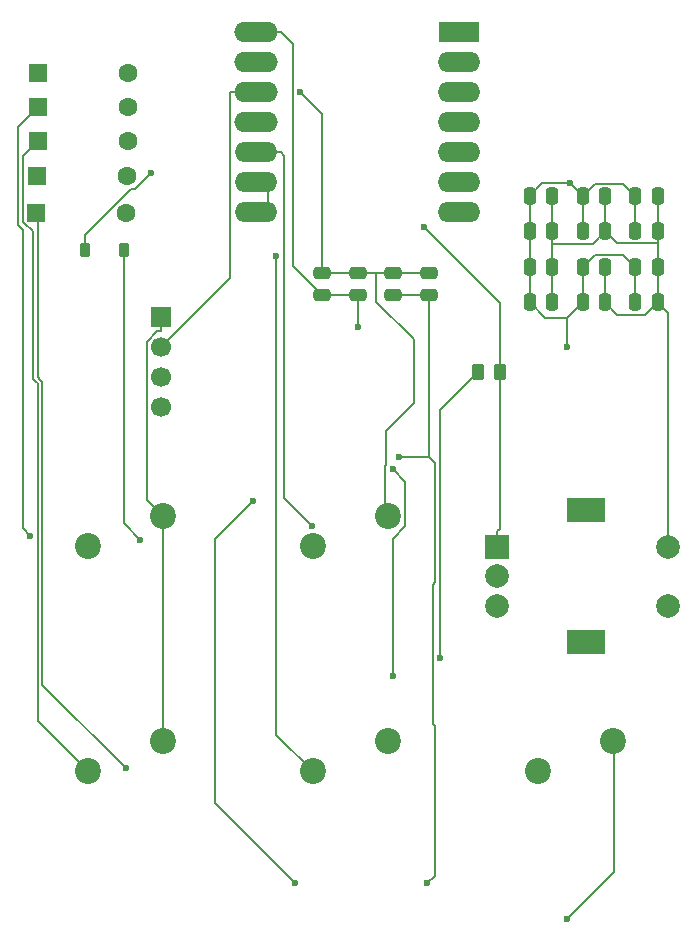
<source format=gbr>
%TF.GenerationSoftware,KiCad,Pcbnew,9.0.7*%
%TF.CreationDate,2026-01-30T21:13:48-06:00*%
%TF.ProjectId,HACK PAD!,4841434b-2050-4414-9421-2e6b69636164,rev?*%
%TF.SameCoordinates,Original*%
%TF.FileFunction,Copper,L1,Top*%
%TF.FilePolarity,Positive*%
%FSLAX46Y46*%
G04 Gerber Fmt 4.6, Leading zero omitted, Abs format (unit mm)*
G04 Created by KiCad (PCBNEW 9.0.7) date 2026-01-30 21:13:48*
%MOMM*%
%LPD*%
G01*
G04 APERTURE LIST*
G04 Aperture macros list*
%AMRoundRect*
0 Rectangle with rounded corners*
0 $1 Rounding radius*
0 $2 $3 $4 $5 $6 $7 $8 $9 X,Y pos of 4 corners*
0 Add a 4 corners polygon primitive as box body*
4,1,4,$2,$3,$4,$5,$6,$7,$8,$9,$2,$3,0*
0 Add four circle primitives for the rounded corners*
1,1,$1+$1,$2,$3*
1,1,$1+$1,$4,$5*
1,1,$1+$1,$6,$7*
1,1,$1+$1,$8,$9*
0 Add four rect primitives between the rounded corners*
20,1,$1+$1,$2,$3,$4,$5,0*
20,1,$1+$1,$4,$5,$6,$7,0*
20,1,$1+$1,$6,$7,$8,$9,0*
20,1,$1+$1,$8,$9,$2,$3,0*%
G04 Aperture macros list end*
%TA.AperFunction,SMDPad,CuDef*%
%ADD10RoundRect,0.250000X-0.250000X-0.475000X0.250000X-0.475000X0.250000X0.475000X-0.250000X0.475000X0*%
%TD*%
%TA.AperFunction,ComponentPad*%
%ADD11R,2.000000X2.000000*%
%TD*%
%TA.AperFunction,ComponentPad*%
%ADD12C,2.000000*%
%TD*%
%TA.AperFunction,ComponentPad*%
%ADD13R,3.200000X2.000000*%
%TD*%
%TA.AperFunction,SMDPad,CuDef*%
%ADD14RoundRect,0.225000X-0.225000X-0.375000X0.225000X-0.375000X0.225000X0.375000X-0.225000X0.375000X0*%
%TD*%
%TA.AperFunction,SMDPad,CuDef*%
%ADD15RoundRect,0.250000X-0.262500X-0.450000X0.262500X-0.450000X0.262500X0.450000X-0.262500X0.450000X0*%
%TD*%
%TA.AperFunction,ComponentPad*%
%ADD16C,2.200000*%
%TD*%
%TA.AperFunction,SMDPad,CuDef*%
%ADD17RoundRect,0.250000X0.475000X-0.250000X0.475000X0.250000X-0.475000X0.250000X-0.475000X-0.250000X0*%
%TD*%
%TA.AperFunction,ComponentPad*%
%ADD18RoundRect,0.250000X-0.550000X-0.550000X0.550000X-0.550000X0.550000X0.550000X-0.550000X0.550000X0*%
%TD*%
%TA.AperFunction,ComponentPad*%
%ADD19C,1.600000*%
%TD*%
%TA.AperFunction,ComponentPad*%
%ADD20R,1.700000X1.700000*%
%TD*%
%TA.AperFunction,ComponentPad*%
%ADD21C,1.700000*%
%TD*%
%TA.AperFunction,ComponentPad*%
%ADD22R,3.500000X1.700000*%
%TD*%
%TA.AperFunction,ComponentPad*%
%ADD23O,3.600000X1.700000*%
%TD*%
%TA.AperFunction,ComponentPad*%
%ADD24O,3.700000X1.700000*%
%TD*%
%TA.AperFunction,ViaPad*%
%ADD25C,0.600000*%
%TD*%
%TA.AperFunction,Conductor*%
%ADD26C,0.200000*%
%TD*%
G04 APERTURE END LIST*
D10*
%TO.P,C7,1*%
%TO.N,Net-(D10-VDD)*%
X76200000Y-50006200D03*
%TO.P,C7,2*%
%TO.N,GND*%
X78100000Y-50006200D03*
%TD*%
%TO.P,C5,1*%
%TO.N,Net-(D10-VDD)*%
X76200000Y-43986200D03*
%TO.P,C5,2*%
%TO.N,GND*%
X78100000Y-43986200D03*
%TD*%
%TO.P,C6,1*%
%TO.N,Net-(D10-VDD)*%
X76200000Y-46996200D03*
%TO.P,C6,2*%
%TO.N,GND*%
X78100000Y-46996200D03*
%TD*%
%TO.P,C11,1*%
%TO.N,Net-(D10-VDD)*%
X80650000Y-50006200D03*
%TO.P,C11,2*%
%TO.N,GND*%
X82550000Y-50006200D03*
%TD*%
D11*
%TO.P,RE1,A,A*%
%TO.N,Net-(U1-PA7_A8_D8_SCK)*%
X68950000Y-73700000D03*
D12*
%TO.P,RE1,B,B*%
%TO.N,Net-(U1-PA5_A9_D9_MISO)*%
X68950000Y-78700000D03*
%TO.P,RE1,C,C*%
%TO.N,GND*%
X68950000Y-76200000D03*
D13*
%TO.P,RE1,MP*%
%TO.N,N/C*%
X76450000Y-70600000D03*
X76450000Y-81800000D03*
D12*
%TO.P,RE1,S1,S1*%
%TO.N,Net-(D17-A)*%
X83450000Y-78700000D03*
%TO.P,RE1,S2,S2*%
%TO.N,GND*%
X83450000Y-73700000D03*
%TD*%
D10*
%TO.P,C1,1*%
%TO.N,Net-(D10-VDD)*%
X71750000Y-43986200D03*
%TO.P,C1,2*%
%TO.N,GND*%
X73650000Y-43986200D03*
%TD*%
D14*
%TO.P,D17,1,K*%
%TO.N,Net-(D17-K)*%
X34068800Y-48593700D03*
%TO.P,D17,2,A*%
%TO.N,Net-(D17-A)*%
X37368800Y-48593700D03*
%TD*%
D15*
%TO.P,R1,1*%
%TO.N,Net-(D6-DIN)*%
X67355000Y-58880000D03*
%TO.P,R1,2*%
%TO.N,Net-(U1-PA7_A8_D8_SCK)*%
X69180000Y-58880000D03*
%TD*%
D16*
%TO.P,SW2,1,1*%
%TO.N,GND*%
X59690000Y-71120000D03*
%TO.P,SW2,2,2*%
%TO.N,Net-(D2-K)*%
X53340000Y-73660000D03*
%TD*%
%TO.P,SW3,1,1*%
%TO.N,GND*%
X40640000Y-90170000D03*
%TO.P,SW3,2,2*%
%TO.N,Net-(D3-K)*%
X34290000Y-92710000D03*
%TD*%
D10*
%TO.P,C8,1*%
%TO.N,Net-(D10-VDD)*%
X76200000Y-53016200D03*
%TO.P,C8,2*%
%TO.N,GND*%
X78100000Y-53016200D03*
%TD*%
D17*
%TO.P,C16,1*%
%TO.N,Net-(D10-VDD)*%
X63170000Y-52387500D03*
%TO.P,C16,2*%
%TO.N,GND*%
X63170000Y-50487500D03*
%TD*%
D10*
%TO.P,C4,1*%
%TO.N,Net-(D10-VDD)*%
X71750000Y-53016200D03*
%TO.P,C4,2*%
%TO.N,GND*%
X73650000Y-53016200D03*
%TD*%
%TO.P,C10,1*%
%TO.N,Net-(D10-VDD)*%
X80650000Y-46996200D03*
%TO.P,C10,2*%
%TO.N,GND*%
X82550000Y-46996200D03*
%TD*%
D17*
%TO.P,C15,1*%
%TO.N,Net-(D10-VDD)*%
X60160000Y-52387500D03*
%TO.P,C15,2*%
%TO.N,GND*%
X60160000Y-50487500D03*
%TD*%
D16*
%TO.P,SW5,1,1*%
%TO.N,GND*%
X78740000Y-90170000D03*
%TO.P,SW5,2,2*%
%TO.N,Net-(D5-K)*%
X72390000Y-92710000D03*
%TD*%
%TO.P,SW4,1,1*%
%TO.N,GND*%
X59690000Y-90170000D03*
%TO.P,SW4,2,2*%
%TO.N,Net-(D4-K)*%
X53340000Y-92710000D03*
%TD*%
D10*
%TO.P,C9,1*%
%TO.N,Net-(D10-VDD)*%
X80650000Y-43986200D03*
%TO.P,C9,2*%
%TO.N,GND*%
X82550000Y-43986200D03*
%TD*%
%TO.P,C3,1*%
%TO.N,Net-(D10-VDD)*%
X71750000Y-50006200D03*
%TO.P,C3,2*%
%TO.N,GND*%
X73650000Y-50006200D03*
%TD*%
D16*
%TO.P,SWw1,1,1*%
%TO.N,GND*%
X40640000Y-71120000D03*
%TO.P,SWw1,2,2*%
%TO.N,Net-(D1-K)*%
X34290000Y-73660000D03*
%TD*%
D10*
%TO.P,C12,1*%
%TO.N,Net-(D10-VDD)*%
X80650000Y-53016200D03*
%TO.P,C12,2*%
%TO.N,GND*%
X82550000Y-53016200D03*
%TD*%
D18*
%TO.P,D3,1,K*%
%TO.N,Net-(D3-K)*%
X30070000Y-39350000D03*
D19*
%TO.P,D3,2,A*%
%TO.N,Net-(D3-A)*%
X37690000Y-39350000D03*
%TD*%
D18*
%TO.P,D4,1,K*%
%TO.N,Net-(D4-K)*%
X30050000Y-42290000D03*
D19*
%TO.P,D4,2,A*%
%TO.N,Net-(D4-A)*%
X37670000Y-42290000D03*
%TD*%
D20*
%TO.P,U2,1,GND*%
%TO.N,GND*%
X40481300Y-54292500D03*
D21*
%TO.P,U2,2,VCC*%
%TO.N,Net-(U1-3V3)*%
X40481300Y-56832500D03*
%TO.P,U2,3,SCL*%
%TO.N,Net-(U1-PA9_A5_D5_SCL)*%
X40481300Y-59372500D03*
%TO.P,U2,4,SDA*%
%TO.N,Net-(U1-PA8_A4_D4_SDA)*%
X40481300Y-61912500D03*
%TD*%
D18*
%TO.P,D5,1,K*%
%TO.N,Net-(D5-K)*%
X29950000Y-45410000D03*
D19*
%TO.P,D5,2,A*%
%TO.N,Net-(D5-A)*%
X37570000Y-45410000D03*
%TD*%
D18*
%TO.P,D2,1,K*%
%TO.N,Net-(D2-K)*%
X30070000Y-36440000D03*
D19*
%TO.P,D2,2,A*%
%TO.N,Net-(D2-A)*%
X37690000Y-36440000D03*
%TD*%
D17*
%TO.P,C14,1*%
%TO.N,Net-(D10-VDD)*%
X57150000Y-52387500D03*
%TO.P,C14,2*%
%TO.N,GND*%
X57150000Y-50487500D03*
%TD*%
D18*
%TO.P,D1,1,K*%
%TO.N,Net-(D1-K)*%
X30100000Y-33630000D03*
D19*
%TO.P,D1,2,A*%
%TO.N,Net-(D1-A)*%
X37720000Y-33630000D03*
%TD*%
D10*
%TO.P,C2,1*%
%TO.N,Net-(D10-VDD)*%
X71750000Y-46996200D03*
%TO.P,C2,2*%
%TO.N,GND*%
X73650000Y-46996200D03*
%TD*%
D17*
%TO.P,C13,1*%
%TO.N,Net-(D10-VDD)*%
X54140000Y-52387500D03*
%TO.P,C13,2*%
%TO.N,GND*%
X54140000Y-50487500D03*
%TD*%
D22*
%TO.P,U1,1,PA02_A0_D0*%
%TO.N,Net-(D1-A)*%
X65775000Y-30162500D03*
D23*
%TO.P,U1,2,PA4_A1_D1*%
%TO.N,Net-(D2-A)*%
X65775000Y-32702500D03*
%TO.P,U1,3,PA10_A2_D2*%
%TO.N,Net-(D3-A)*%
X65775000Y-35242500D03*
%TO.P,U1,4,PA11_A3_D3*%
%TO.N,Net-(D4-A)*%
X65775000Y-37782500D03*
%TO.P,U1,5,PA8_A4_D4_SDA*%
%TO.N,Net-(U1-PA8_A4_D4_SDA)*%
X65775000Y-40322500D03*
%TO.P,U1,6,PA9_A5_D5_SCL*%
%TO.N,Net-(U1-PA9_A5_D5_SCL)*%
X65775000Y-42862500D03*
%TO.P,U1,7,PB08_A6_D6_TX*%
%TO.N,Net-(D5-A)*%
X65775000Y-45402500D03*
%TO.P,U1,8,PB09_A7_D7_RX*%
%TO.N,Net-(U1-PA7_A8_D8_SCK)*%
X48525000Y-45402500D03*
%TO.P,U1,9,PA7_A8_D8_SCK*%
X48525000Y-42862500D03*
%TO.P,U1,10,PA5_A9_D9_MISO*%
%TO.N,Net-(U1-PA5_A9_D9_MISO)*%
X48525000Y-40322500D03*
D24*
%TO.P,U1,11,PA6_A10_D10_MOSI*%
%TO.N,Net-(D17-K)*%
X48525000Y-37782500D03*
%TO.P,U1,12,3V3*%
%TO.N,Net-(U1-3V3)*%
X48525000Y-35242500D03*
%TO.P,U1,13,GND*%
%TO.N,unconnected-(U1-GND-Pad13)*%
X48525000Y-32702500D03*
%TO.P,U1,14,5V*%
%TO.N,Net-(D10-VDD)*%
X48525000Y-30162500D03*
%TD*%
D25*
%TO.N,Net-(D10-VDD)*%
X57150700Y-55133300D03*
X63066300Y-102155600D03*
X60653500Y-66112500D03*
X75146300Y-42932500D03*
X74897500Y-56827600D03*
%TO.N,GND*%
X74897500Y-105218700D03*
X52266200Y-35209100D03*
%TO.N,Net-(D2-K)*%
X29450800Y-72810500D03*
%TO.N,Net-(D4-K)*%
X50259800Y-49116900D03*
%TO.N,Net-(D5-K)*%
X37546600Y-92480400D03*
%TO.N,Net-(D6-DIN)*%
X64122200Y-83085000D03*
%TO.N,Net-(D7-DOUT)*%
X60108500Y-67156700D03*
X60108500Y-84626700D03*
%TO.N,Net-(D8-DOUT)*%
X48277300Y-69864300D03*
X51851600Y-102173700D03*
%TO.N,Net-(D17-A)*%
X38753300Y-73107000D03*
%TO.N,Net-(D17-K)*%
X39676400Y-42032700D03*
%TO.N,Net-(U1-PA7_A8_D8_SCK)*%
X62781200Y-46635100D03*
%TO.N,Net-(U1-PA5_A9_D9_MISO)*%
X53254900Y-71948700D03*
%TD*%
D26*
%TO.N,Net-(D10-VDD)*%
X80650000Y-43986200D02*
X80650000Y-46996200D01*
X76200000Y-43986200D02*
X75146300Y-42932500D01*
X80650000Y-53016200D02*
X80650000Y-50006200D01*
X74897500Y-56827600D02*
X74897500Y-56157300D01*
X74897500Y-56157300D02*
X74897500Y-54318700D01*
X51664500Y-31150300D02*
X51664500Y-49912000D01*
X57150700Y-55133300D02*
X57150000Y-55132600D01*
X71750000Y-46996200D02*
X71750000Y-50006200D01*
X63685200Y-76727200D02*
X63685200Y-66627700D01*
X74897500Y-54318700D02*
X76200000Y-53016200D01*
X71750000Y-53016200D02*
X73052500Y-54318700D01*
X76200000Y-50006200D02*
X77227700Y-48978500D01*
X63066300Y-102155600D02*
X63670400Y-101551500D01*
X79619400Y-42955600D02*
X80650000Y-43986200D01*
X76200000Y-44101900D02*
X76200000Y-44060600D01*
X54140000Y-52387500D02*
X57150000Y-52387500D01*
X63670400Y-88919800D02*
X63502700Y-88752100D01*
X76200000Y-45491200D02*
X76200000Y-44259000D01*
X76200000Y-44217700D02*
X76200000Y-44101900D01*
X63170000Y-66112500D02*
X60653500Y-66112500D01*
X63170000Y-52387500D02*
X60160000Y-52387500D01*
X51664500Y-49912000D02*
X54140000Y-52387500D01*
X71750000Y-43986200D02*
X71750000Y-46996200D01*
X63685200Y-66627700D02*
X63170000Y-66112500D01*
X77230600Y-42955600D02*
X79619400Y-42955600D01*
X75146300Y-42932500D02*
X72803700Y-42932500D01*
X63502700Y-88752100D02*
X63502700Y-76909700D01*
X76200000Y-43986200D02*
X77230600Y-42955600D01*
X76200000Y-44060600D02*
X76200000Y-43986200D01*
X63670400Y-101551500D02*
X63670400Y-88919800D01*
X63066300Y-102155600D02*
X63670400Y-101551500D01*
X50676700Y-30162500D02*
X51664500Y-31150300D01*
X77227700Y-48978500D02*
X79622300Y-48978500D01*
X76200000Y-44259000D02*
X76200000Y-44217700D01*
X79622300Y-48978500D02*
X80650000Y-50006200D01*
X71750000Y-50006200D02*
X71750000Y-53016200D01*
X63670400Y-101551500D02*
X63066300Y-102155600D01*
X63170000Y-66112500D02*
X63170000Y-52387500D01*
X57150000Y-55132600D02*
X57150000Y-52387500D01*
X76200000Y-46996200D02*
X76200000Y-45491200D01*
X49525000Y-30162500D02*
X50676700Y-30162500D01*
X72803700Y-42932500D02*
X71750000Y-43986200D01*
X63502700Y-76909700D02*
X63685200Y-76727200D01*
X76200000Y-53016200D02*
X76200000Y-50006200D01*
X73052500Y-54318700D02*
X74897500Y-54318700D01*
%TO.N,GND*%
X40481300Y-54868300D02*
X40481300Y-55444200D01*
X82550000Y-50006200D02*
X82550000Y-53016200D01*
X61890000Y-56110000D02*
X61890000Y-61522900D01*
X40690800Y-71170800D02*
X40690800Y-90119200D01*
X78100000Y-53016200D02*
X78100000Y-50006200D01*
X58730000Y-50487500D02*
X57150000Y-50487500D01*
X52266200Y-35209100D02*
X54140000Y-37082900D01*
X82550000Y-43986200D02*
X82550000Y-46996200D01*
X40690800Y-90119200D02*
X40640000Y-90170000D01*
X54140000Y-37082900D02*
X54140000Y-50487500D01*
X40193400Y-55444200D02*
X39302400Y-56335200D01*
X81496500Y-54069700D02*
X82550000Y-53016200D01*
X73650000Y-53016200D02*
X73650000Y-50006200D01*
X82550000Y-50006200D02*
X82550000Y-48023900D01*
X73650000Y-48030900D02*
X77065300Y-48030900D01*
X78740000Y-90170000D02*
X78832700Y-90262700D01*
X78100000Y-53016200D02*
X79153500Y-54069700D01*
X78832700Y-90262700D02*
X78832700Y-101283500D01*
X59542900Y-66756700D02*
X59457500Y-66842100D01*
X60160000Y-50487500D02*
X59112700Y-50487500D01*
X40640000Y-71120000D02*
X40690800Y-71170800D01*
X59542900Y-63870000D02*
X59542900Y-66756700D01*
X79127700Y-48023900D02*
X78100000Y-46996200D01*
X78832700Y-101283500D02*
X74897500Y-105218700D01*
X77065300Y-48030900D02*
X78100000Y-46996200D01*
X82550000Y-48023800D02*
X82550000Y-48022400D01*
X39302400Y-56335200D02*
X39302400Y-69782400D01*
X59112700Y-50487500D02*
X58730000Y-50487500D01*
X83450000Y-53916200D02*
X82550000Y-53016200D01*
X61890000Y-61522900D02*
X59542900Y-63870000D01*
X73650000Y-46996200D02*
X73650000Y-48030900D01*
X83450000Y-73700000D02*
X83450000Y-53916200D01*
X82550000Y-48023900D02*
X82550000Y-48023800D01*
X40481300Y-55444200D02*
X40193400Y-55444200D01*
X79153500Y-54069700D02*
X81496500Y-54069700D01*
X82550000Y-46996200D02*
X82550000Y-48022400D01*
X74897500Y-105218700D02*
X78832700Y-101283500D01*
X78100000Y-43986200D02*
X78100000Y-46996200D01*
X58730000Y-50487500D02*
X58730000Y-52950000D01*
X59457500Y-66842100D02*
X59457500Y-70887500D01*
X39302400Y-69782400D02*
X40640000Y-71120000D01*
X63170000Y-50487500D02*
X60160000Y-50487500D01*
X58730000Y-52950000D02*
X61890000Y-56110000D01*
X78832700Y-101283500D02*
X74897500Y-105218700D01*
X73650000Y-48501200D02*
X73650000Y-50006200D01*
X73650000Y-48030900D02*
X73650000Y-48501200D01*
X73650000Y-43986200D02*
X73650000Y-46996200D01*
X82550000Y-48023900D02*
X79127700Y-48023900D01*
X40481300Y-54868300D02*
X40481300Y-54292500D01*
X54140000Y-50487500D02*
X57150000Y-50487500D01*
X59457500Y-70887500D02*
X59690000Y-71120000D01*
%TO.N,Net-(D2-K)*%
X30070000Y-36440000D02*
X28379900Y-38130100D01*
X28780100Y-72139800D02*
X29450800Y-72810500D01*
X28780100Y-46877700D02*
X28780100Y-72139800D01*
X28615300Y-46712900D02*
X28780100Y-46877700D01*
X28379900Y-38130100D02*
X28379900Y-46477500D01*
X28379900Y-46477500D02*
X28615300Y-46712900D01*
X28615300Y-46712900D02*
X28780100Y-46877700D01*
%TO.N,Net-(D3-K)*%
X28831600Y-40588400D02*
X28831600Y-46173100D01*
X29650800Y-59480000D02*
X29886200Y-59715400D01*
X30052500Y-88472500D02*
X34290000Y-92710000D01*
X30070000Y-39350000D02*
X28831600Y-40588400D01*
X29650800Y-46992300D02*
X29650800Y-59480000D01*
X30052500Y-59881700D02*
X30052500Y-88472500D01*
X28831600Y-46173100D02*
X29650800Y-46992300D01*
X29886200Y-59715400D02*
X30052500Y-59881700D01*
X29886200Y-59715400D02*
X30052500Y-59881700D01*
%TO.N,Net-(D4-K)*%
X50259800Y-89629800D02*
X50259800Y-49116900D01*
X53340000Y-92710000D02*
X50259800Y-89629800D01*
%TO.N,Net-(D5-K)*%
X30052500Y-45512500D02*
X30052500Y-59313700D01*
X30454200Y-59715400D02*
X30454200Y-85388000D01*
X30287900Y-59549100D02*
X30454200Y-59715400D01*
X30287900Y-59549100D02*
X30454200Y-59715400D01*
X29950000Y-45410000D02*
X30052500Y-45512500D01*
X30454200Y-85388000D02*
X37546600Y-92480400D01*
X30052500Y-59313700D02*
X30287900Y-59549100D01*
%TO.N,Net-(D6-DIN)*%
X64122200Y-62112800D02*
X67355000Y-58880000D01*
X64122200Y-83085000D02*
X64122200Y-62112800D01*
%TO.N,Net-(D7-DOUT)*%
X60108500Y-84626700D02*
X60108500Y-73013600D01*
X60108500Y-73013600D02*
X61134300Y-71987800D01*
X61134300Y-68182500D02*
X60108500Y-67156700D01*
X60108500Y-67156700D02*
X61134300Y-68182500D01*
X61134300Y-68182500D02*
X60108500Y-67156700D01*
X61134300Y-71987800D02*
X61134300Y-68182500D01*
%TO.N,Net-(D8-DOUT)*%
X45100000Y-95422100D02*
X51851600Y-102173700D01*
X45100000Y-73041600D02*
X45100000Y-95422100D01*
X48277300Y-69864300D02*
X45100000Y-73041600D01*
%TO.N,Net-(D17-A)*%
X37368800Y-71722500D02*
X37368800Y-48593700D01*
X38753300Y-73107000D02*
X37368800Y-71722500D01*
%TO.N,Net-(D17-K)*%
X34068800Y-48593700D02*
X34068800Y-47281000D01*
X34068800Y-47281000D02*
X37958100Y-43391700D01*
X38317400Y-43391700D02*
X39676400Y-42032700D01*
X37958100Y-43391700D02*
X38317400Y-43391700D01*
%TO.N,Net-(U1-PA7_A8_D8_SCK)*%
X69180000Y-58880000D02*
X69180000Y-53033900D01*
X49525000Y-45402500D02*
X49525000Y-42862500D01*
X62781200Y-46635100D02*
X69180000Y-53033900D01*
X69180000Y-72168300D02*
X69180000Y-58880000D01*
X68950000Y-73700000D02*
X68950000Y-72398300D01*
X68950000Y-72398300D02*
X69180000Y-72168300D01*
%TO.N,Net-(U1-PA5_A9_D9_MISO)*%
X50914800Y-40610600D02*
X50626700Y-40322500D01*
X53254900Y-71948700D02*
X50914800Y-69608600D01*
X50914800Y-69608600D02*
X50914800Y-40610600D01*
X49525000Y-40322500D02*
X50626700Y-40322500D01*
%TO.N,Net-(U1-3V3)*%
X49525000Y-35242500D02*
X46373300Y-35242500D01*
X40481300Y-56832500D02*
X46373300Y-50940500D01*
X46373300Y-50940500D02*
X46373300Y-35242500D01*
%TD*%
M02*

</source>
